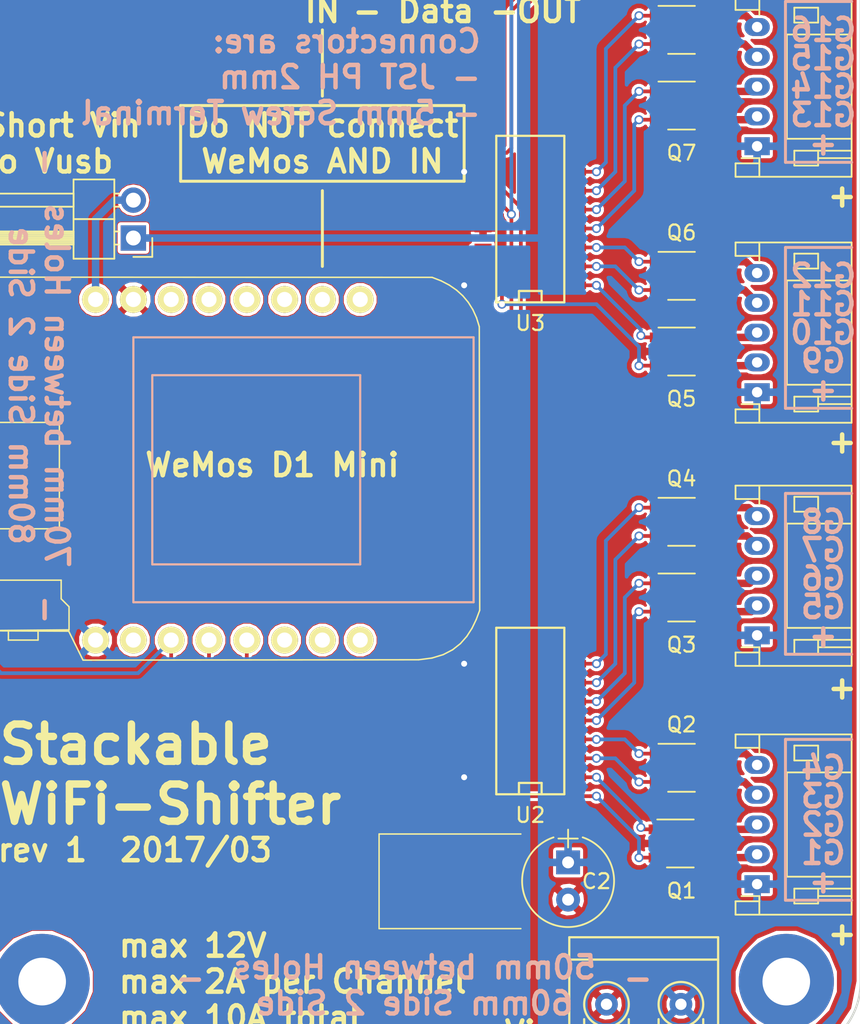
<source format=kicad_pcb>
(kicad_pcb (version 4) (host pcbnew 4.0.5)
  (layers (0 F.Cu signal hide) (31 B.Cu signal hide) (34 B.Paste user hide) (35 F.Paste user hide) (36 B.SilkS user) (37 F.SilkS user hide) (38 B.Mask user hide) (39 F.Mask user hide) (44 Edge.Cuts user hide))
  (net 0 "")
  (net 1 +5V)
  (net 2 GND)
  (net 3 +3V3)
  (net 4 "Net-(U2-Pad9)")
  (net 5 G1)
  (net 6 G2)
  (net 7 G4)
  (net 8 G6)
  (net 9 G8)
  (net 10 G9)
  (net 11 G10)
  (net 12 G11)
  (net 13 G12)
  (net 14 G13)
  (net 15 G14)
  (net 16 G15)
  (net 17 G16)
  (net 18 G3)
  (net 19 G5)
  (net 20 G7)
  (net 21 D1)
  (net 22 D2)
  (net 23 D3)
  (net 24 D4)
  (net 25 D5)
  (net 26 D6)
  (net 27 D7)
  (net 28 D8)
  (net 29 D9)
  (net 30 D10)
  (net 31 D11)
  (net 32 D12)
  (net 33 D13)
  (net 34 D14)
  (net 35 D15)
  (net 36 D16)
  (net 37 DATA)
  (net 38 LATCH)
  (net 39 CLK)
  (net 40 D_OUT)
  (net 41 +12V)
  (module Mounting_Holes:MountingHole_3.2mm_M3_Pad (layer F.Cu) (at 145 65)
    (fp_text reference REF** hide)
    (fp_text value MountingHole_3.2mm_M3_Pad hide)
    (pad 1 thru_hole circle (at 0 0) (size 6.4 6.4) (drill 3.2) (layers *.Cu *.Mask))
  )
  (module Mounting_Holes:MountingHole_3.2mm_M3_Pad (layer F.Cu) (at 195 65)
    (fp_text reference REF** hide)
    (fp_text value MountingHole_3.2mm_M3_Pad hide)
    (pad 1 thru_hole circle (at 0 0) (size 6.4 6.4) (drill 3.2) (layers *.Cu *.Mask))
  )
  (module Mounting_Holes:MountingHole_3.2mm_M3_Pad (layer F.Cu) (at 195 135)
    (fp_text reference REF** hide)
    (fp_text value MountingHole_3.2mm_M3_Pad hide)
    (pad 1 thru_hole circle (at 0 0) (size 6.4 6.4) (drill 3.2) (layers *.Cu *.Mask))
  )
  (module wemos_d1_mini:D1_mini_board (layer F.Cu) (at 156.21 100.6475 270)
    (fp_text reference U1 hide)
    (fp_text value WeMos_mini)
    (pad 8 thru_hole circle (at -11.43 -10.16 270) (size 1.8 1.8) (drill 1.016) (layers *.Cu *.Mask F.SilkS))
    (pad 7 thru_hole circle (at -11.43 -7.62 270) (size 1.8 1.8) (drill 1.016) (layers *.Cu *.Mask F.SilkS))
    (pad 6 thru_hole circle (at -11.43 -5.08 270) (size 1.8 1.8) (drill 1.016) (layers *.Cu *.Mask F.SilkS))
    (pad 5 thru_hole circle (at -11.43 -2.54 270) (size 1.8 1.8) (drill 1.016) (layers *.Cu *.Mask F.SilkS))
    (pad 4 thru_hole circle (at -11.43 0 270) (size 1.8 1.8) (drill 1.016) (layers *.Cu *.Mask F.SilkS))
    (pad 3 thru_hole circle (at -11.43 2.54 270) (size 1.8 1.8) (drill 1.016) (layers *.Cu *.Mask F.SilkS))
    (pad 2 thru_hole circle (at -11.43 5.08 270) (size 1.8 1.8) (drill 1.016) (layers *.Cu *.Mask F.SilkS) (net 2 GND))
    (pad 1 thru_hole circle (at -11.43 7.62 270) (size 1.8 1.8) (drill 1.016) (layers *.Cu *.Mask F.SilkS) (net 1 +5V))
    (pad 16 thru_hole circle (at 11.43 7.62 270) (size 1.8 1.8) (drill 1.016) (layers *.Cu *.Mask F.SilkS) (net 3 +3V3))
    (pad 15 thru_hole circle (at 11.43 5.08 270) (size 1.8 1.8) (drill 1.016) (layers *.Cu *.Mask F.SilkS))
    (pad 14 thru_hole circle (at 11.43 2.54 270) (size 1.8 1.8) (drill 1.016) (layers *.Cu *.Mask F.SilkS) (net 37 DATA))
    (pad 13 thru_hole circle (at 11.43 0 270) (size 1.8 1.8) (drill 1.016) (layers *.Cu *.Mask F.SilkS) (net 38 LATCH))
    (pad 12 thru_hole circle (at 11.43 -2.54 270) (size 1.8 1.8) (drill 1.016) (layers *.Cu *.Mask F.SilkS) (net 39 CLK))
    (pad 11 thru_hole circle (at 11.43 -5.08 270) (size 1.8 1.8) (drill 1.016) (layers *.Cu *.Mask F.SilkS))
    (pad 10 thru_hole circle (at 11.43 -7.62 270) (size 1.8 1.8) (drill 1.016) (layers *.Cu *.Mask F.SilkS))
    (pad 9 thru_hole circle (at 11.43 -10.16 270) (size 1.8 1.8) (drill 1.016) (layers *.Cu *.Mask F.SilkS))
  )
  (module Capacitors_ThroughHole:CP_Radial_Tantal_D6.0mm_P2.50mm (layer F.Cu) (at 180.34 127 270)
    (fp_text reference C2 (at 1.27 -1.905 360) (layer F.SilkS))
    (fp_text value C hide)
    (pad 1 thru_hole rect (at 0 0 270) (size 1.6 1.6) (drill 0.8) (layers *.Cu *.Mask) (net 41 +12V))
    (pad 2 thru_hole circle (at 2.5 0 270) (size 1.6 1.6) (drill 0.8) (layers *.Cu *.Mask) (net 2 GND))
  )
  (module SMD_Packages:SO-16-N (layer F.Cu) (at 177.8 116.84 90)
    (fp_text reference U2 (at -6.985 0 180) (layer F.SilkS))
    (fp_text value 74HC595)
    (pad 16 smd rect (at -4.445 -3.175 90) (size 0.508 1.143) (layers F.Cu F.Paste F.Mask) (net 3 +3V3))
    (pad 14 smd rect (at -1.905 -3.175 90) (size 0.508 1.143) (layers F.Cu F.Paste F.Mask) (net 37 DATA))
    (pad 13 smd rect (at -0.635 -3.175 90) (size 0.508 1.143) (layers F.Cu F.Paste F.Mask) (net 2 GND))
    (pad 12 smd rect (at 0.635 -3.175 90) (size 0.508 1.143) (layers F.Cu F.Paste F.Mask) (net 38 LATCH))
    (pad 11 smd rect (at 1.905 -3.175 90) (size 0.508 1.143) (layers F.Cu F.Paste F.Mask) (net 39 CLK))
    (pad 10 smd rect (at 3.175 -3.175 90) (size 0.508 1.143) (layers F.Cu F.Paste F.Mask) (net 3 +3V3))
    (pad 9 smd rect (at 4.445 -3.175 90) (size 0.508 1.143) (layers F.Cu F.Paste F.Mask) (net 4 "Net-(U2-Pad9)"))
    (pad 8 smd rect (at 4.445 3.175 90) (size 0.508 1.143) (layers F.Cu F.Paste F.Mask) (net 2 GND))
    (pad 7 smd rect (at 3.175 3.175 90) (size 0.508 1.143) (layers F.Cu F.Paste F.Mask) (net 9 G8))
    (pad 6 smd rect (at 1.905 3.175 90) (size 0.508 1.143) (layers F.Cu F.Paste F.Mask) (net 20 G7))
    (pad 5 smd rect (at 0.635 3.175 90) (size 0.508 1.143) (layers F.Cu F.Paste F.Mask) (net 8 G6))
    (pad 4 smd rect (at -0.635 3.175 90) (size 0.508 1.143) (layers F.Cu F.Paste F.Mask) (net 19 G5))
    (pad 3 smd rect (at -1.905 3.175 90) (size 0.508 1.143) (layers F.Cu F.Paste F.Mask) (net 7 G4))
    (pad 2 smd rect (at -3.175 3.175 90) (size 0.508 1.143) (layers F.Cu F.Paste F.Mask) (net 18 G3))
    (pad 1 smd rect (at -4.445 3.175 90) (size 0.508 1.143) (layers F.Cu F.Paste F.Mask) (net 6 G2))
    (pad 15 smd rect (at -3.175 -3.175 90) (size 0.508 1.143) (layers F.Cu F.Paste F.Mask) (net 5 G1))
  )
  (module SMD_Packages:SO-16-N (layer F.Cu) (at 177.8 83.82 90)
    (fp_text reference U3 (at -6.985 0 180) (layer F.SilkS))
    (fp_text value 74HC595)
    (pad 16 smd rect (at -4.445 -3.175 90) (size 0.508 1.143) (layers F.Cu F.Paste F.Mask) (net 3 +3V3))
    (pad 14 smd rect (at -1.905 -3.175 90) (size 0.508 1.143) (layers F.Cu F.Paste F.Mask) (net 4 "Net-(U2-Pad9)"))
    (pad 13 smd rect (at -0.635 -3.175 90) (size 0.508 1.143) (layers F.Cu F.Paste F.Mask) (net 2 GND))
    (pad 12 smd rect (at 0.635 -3.175 90) (size 0.508 1.143) (layers F.Cu F.Paste F.Mask) (net 38 LATCH))
    (pad 11 smd rect (at 1.905 -3.175 90) (size 0.508 1.143) (layers F.Cu F.Paste F.Mask) (net 39 CLK))
    (pad 10 smd rect (at 3.175 -3.175 90) (size 0.508 1.143) (layers F.Cu F.Paste F.Mask) (net 3 +3V3))
    (pad 9 smd rect (at 4.445 -3.175 90) (size 0.508 1.143) (layers F.Cu F.Paste F.Mask) (net 40 D_OUT))
    (pad 8 smd rect (at 4.445 3.175 90) (size 0.508 1.143) (layers F.Cu F.Paste F.Mask) (net 2 GND))
    (pad 7 smd rect (at 3.175 3.175 90) (size 0.508 1.143) (layers F.Cu F.Paste F.Mask) (net 17 G16))
    (pad 6 smd rect (at 1.905 3.175 90) (size 0.508 1.143) (layers F.Cu F.Paste F.Mask) (net 16 G15))
    (pad 5 smd rect (at 0.635 3.175 90) (size 0.508 1.143) (layers F.Cu F.Paste F.Mask) (net 15 G14))
    (pad 4 smd rect (at -0.635 3.175 90) (size 0.508 1.143) (layers F.Cu F.Paste F.Mask) (net 14 G13))
    (pad 3 smd rect (at -1.905 3.175 90) (size 0.508 1.143) (layers F.Cu F.Paste F.Mask) (net 13 G12))
    (pad 2 smd rect (at -3.175 3.175 90) (size 0.508 1.143) (layers F.Cu F.Paste F.Mask) (net 12 G11))
    (pad 1 smd rect (at -4.445 3.175 90) (size 0.508 1.143) (layers F.Cu F.Paste F.Mask) (net 11 G10))
    (pad 15 smd rect (at -3.175 -3.175 90) (size 0.508 1.143) (layers F.Cu F.Paste F.Mask) (net 10 G9))
  )
  (module TO_SOT_Packages_SMD:SOT-23-5_HandSoldering (layer F.Cu) (at 187.88 125.73)
    (fp_text reference Q1 (at 0.08 3.175) (layer F.SilkS))
    (fp_text value QS5K2CT hide)
    (pad 1 smd rect (at -1.35 -0.95) (size 1.56 0.65) (layers F.Cu F.Paste F.Mask) (net 6 G2))
    (pad 2 smd rect (at -1.35 0) (size 1.56 0.65) (layers F.Cu F.Paste F.Mask) (net 2 GND))
    (pad 3 smd rect (at -1.35 0.95) (size 1.56 0.65) (layers F.Cu F.Paste F.Mask) (net 5 G1))
    (pad 4 smd rect (at 1.35 0.95) (size 1.56 0.65) (layers F.Cu F.Paste F.Mask) (net 21 D1))
    (pad 5 smd rect (at 1.35 -0.95) (size 1.56 0.65) (layers F.Cu F.Paste F.Mask) (net 22 D2))
  )
  (module TO_SOT_Packages_SMD:SOT-23-5_HandSoldering (layer F.Cu) (at 187.96 120.65)
    (fp_text reference Q2 (at 0 -2.9) (layer F.SilkS))
    (fp_text value QS5K2CT hide)
    (pad 1 smd rect (at -1.35 -0.95) (size 1.56 0.65) (layers F.Cu F.Paste F.Mask) (net 7 G4))
    (pad 2 smd rect (at -1.35 0) (size 1.56 0.65) (layers F.Cu F.Paste F.Mask) (net 2 GND))
    (pad 3 smd rect (at -1.35 0.95) (size 1.56 0.65) (layers F.Cu F.Paste F.Mask) (net 18 G3))
    (pad 4 smd rect (at 1.35 0.95) (size 1.56 0.65) (layers F.Cu F.Paste F.Mask) (net 23 D3))
    (pad 5 smd rect (at 1.35 -0.95) (size 1.56 0.65) (layers F.Cu F.Paste F.Mask) (net 24 D4))
  )
  (module TO_SOT_Packages_SMD:SOT-23-5_HandSoldering (layer F.Cu) (at 187.96 109.22)
    (fp_text reference Q3 (at 0 3.175) (layer F.SilkS))
    (fp_text value QS5K2CT hide)
    (pad 1 smd rect (at -1.35 -0.95) (size 1.56 0.65) (layers F.Cu F.Paste F.Mask) (net 8 G6))
    (pad 2 smd rect (at -1.35 0) (size 1.56 0.65) (layers F.Cu F.Paste F.Mask) (net 2 GND))
    (pad 3 smd rect (at -1.35 0.95) (size 1.56 0.65) (layers F.Cu F.Paste F.Mask) (net 19 G5))
    (pad 4 smd rect (at 1.35 0.95) (size 1.56 0.65) (layers F.Cu F.Paste F.Mask) (net 25 D5))
    (pad 5 smd rect (at 1.35 -0.95) (size 1.56 0.65) (layers F.Cu F.Paste F.Mask) (net 26 D6))
  )
  (module TO_SOT_Packages_SMD:SOT-23-5_HandSoldering (layer F.Cu) (at 187.96 104.14)
    (fp_text reference Q4 (at 0 -2.9) (layer F.SilkS))
    (fp_text value QS5K2CT hide)
    (pad 1 smd rect (at -1.35 -0.95) (size 1.56 0.65) (layers F.Cu F.Paste F.Mask) (net 9 G8))
    (pad 2 smd rect (at -1.35 0) (size 1.56 0.65) (layers F.Cu F.Paste F.Mask) (net 2 GND))
    (pad 3 smd rect (at -1.35 0.95) (size 1.56 0.65) (layers F.Cu F.Paste F.Mask) (net 20 G7))
    (pad 4 smd rect (at 1.35 0.95) (size 1.56 0.65) (layers F.Cu F.Paste F.Mask) (net 27 D7))
    (pad 5 smd rect (at 1.35 -0.95) (size 1.56 0.65) (layers F.Cu F.Paste F.Mask) (net 28 D8))
  )
  (module TO_SOT_Packages_SMD:SOT-23-5_HandSoldering (layer F.Cu) (at 187.96 92.71)
    (fp_text reference Q5 (at 0 3.175) (layer F.SilkS))
    (fp_text value QS5K2CT hide)
    (pad 1 smd rect (at -1.35 -0.95) (size 1.56 0.65) (layers F.Cu F.Paste F.Mask) (net 11 G10))
    (pad 2 smd rect (at -1.35 0) (size 1.56 0.65) (layers F.Cu F.Paste F.Mask) (net 2 GND))
    (pad 3 smd rect (at -1.35 0.95) (size 1.56 0.65) (layers F.Cu F.Paste F.Mask) (net 10 G9))
    (pad 4 smd rect (at 1.35 0.95) (size 1.56 0.65) (layers F.Cu F.Paste F.Mask) (net 29 D9))
    (pad 5 smd rect (at 1.35 -0.95) (size 1.56 0.65) (layers F.Cu F.Paste F.Mask) (net 30 D10))
  )
  (module TO_SOT_Packages_SMD:SOT-23-5_HandSoldering (layer F.Cu) (at 187.96 87.63)
    (fp_text reference Q6 (at 0 -2.9) (layer F.SilkS))
    (fp_text value QS5K2CT hide)
    (pad 1 smd rect (at -1.35 -0.95) (size 1.56 0.65) (layers F.Cu F.Paste F.Mask) (net 13 G12))
    (pad 2 smd rect (at -1.35 0) (size 1.56 0.65) (layers F.Cu F.Paste F.Mask) (net 2 GND))
    (pad 3 smd rect (at -1.35 0.95) (size 1.56 0.65) (layers F.Cu F.Paste F.Mask) (net 12 G11))
    (pad 4 smd rect (at 1.35 0.95) (size 1.56 0.65) (layers F.Cu F.Paste F.Mask) (net 31 D11))
    (pad 5 smd rect (at 1.35 -0.95) (size 1.56 0.65) (layers F.Cu F.Paste F.Mask) (net 32 D12))
  )
  (module TO_SOT_Packages_SMD:SOT-23-5_HandSoldering (layer F.Cu) (at 187.96 76.2)
    (fp_text reference Q7 (at 0 3.175) (layer F.SilkS))
    (fp_text value QS5K2CT hide)
    (pad 1 smd rect (at -1.35 -0.95) (size 1.56 0.65) (layers F.Cu F.Paste F.Mask) (net 15 G14))
    (pad 2 smd rect (at -1.35 0) (size 1.56 0.65) (layers F.Cu F.Paste F.Mask) (net 2 GND))
    (pad 3 smd rect (at -1.35 0.95) (size 1.56 0.65) (layers F.Cu F.Paste F.Mask) (net 14 G13))
    (pad 4 smd rect (at 1.35 0.95) (size 1.56 0.65) (layers F.Cu F.Paste F.Mask) (net 33 D13))
    (pad 5 smd rect (at 1.35 -0.95) (size 1.56 0.65) (layers F.Cu F.Paste F.Mask) (net 34 D14))
  )
  (module TO_SOT_Packages_SMD:SOT-23-5_HandSoldering (layer F.Cu) (at 187.96 71.12)
    (fp_text reference Q8 (at 0 -2.9) (layer F.SilkS))
    (fp_text value QS5K2CT hide)
    (pad 1 smd rect (at -1.35 -0.95) (size 1.56 0.65) (layers F.Cu F.Paste F.Mask) (net 17 G16))
    (pad 2 smd rect (at -1.35 0) (size 1.56 0.65) (layers F.Cu F.Paste F.Mask) (net 2 GND))
    (pad 3 smd rect (at -1.35 0.95) (size 1.56 0.65) (layers F.Cu F.Paste F.Mask) (net 16 G15))
    (pad 4 smd rect (at 1.35 0.95) (size 1.56 0.65) (layers F.Cu F.Paste F.Mask) (net 35 D15))
    (pad 5 smd rect (at 1.35 -0.95) (size 1.56 0.65) (layers F.Cu F.Paste F.Mask) (net 36 D16))
  )
  (module Connectors_JST:JST_PH_S5B-PH-K_05x2.00mm_Angled (layer F.Cu) (at 193.04 128.46 90)
    (fp_text reference P3 hide)
    (fp_text value CONN_01X05 hide)
    (pad 1 thru_hole rect (at 0 0 90) (size 1.2 1.7) (drill 0.7) (layers *.Cu *.Mask) (net 41 +12V))
    (pad 2 thru_hole oval (at 2 0 90) (size 1.2 1.7) (drill 0.7) (layers *.Cu *.Mask) (net 21 D1))
    (pad 3 thru_hole oval (at 4 0 90) (size 1.2 1.7) (drill 0.7) (layers *.Cu *.Mask) (net 22 D2))
    (pad 4 thru_hole oval (at 6 0 90) (size 1.2 1.7) (drill 0.7) (layers *.Cu *.Mask) (net 23 D3))
    (pad 5 thru_hole oval (at 8 0 90) (size 1.2 1.7) (drill 0.7) (layers *.Cu *.Mask) (net 24 D4))
  )
  (module Connectors_JST:JST_PH_S5B-PH-K_05x2.00mm_Angled (layer F.Cu) (at 193.04 111.76 90)
    (fp_text reference P4 hide)
    (fp_text value CONN_01X05 hide)
    (pad 1 thru_hole rect (at 0 0 90) (size 1.2 1.7) (drill 0.7) (layers *.Cu *.Mask) (net 41 +12V))
    (pad 2 thru_hole oval (at 2 0 90) (size 1.2 1.7) (drill 0.7) (layers *.Cu *.Mask) (net 25 D5))
    (pad 3 thru_hole oval (at 4 0 90) (size 1.2 1.7) (drill 0.7) (layers *.Cu *.Mask) (net 26 D6))
    (pad 4 thru_hole oval (at 6 0 90) (size 1.2 1.7) (drill 0.7) (layers *.Cu *.Mask) (net 27 D7))
    (pad 5 thru_hole oval (at 8 0 90) (size 1.2 1.7) (drill 0.7) (layers *.Cu *.Mask) (net 28 D8))
  )
  (module Connectors_JST:JST_PH_S5B-PH-K_05x2.00mm_Angled (layer F.Cu) (at 193.04 95.44 90)
    (fp_text reference P5 hide)
    (fp_text value CONN_01X05 hide)
    (pad 1 thru_hole rect (at 0 0 90) (size 1.2 1.7) (drill 0.7) (layers *.Cu *.Mask) (net 41 +12V))
    (pad 2 thru_hole oval (at 2 0 90) (size 1.2 1.7) (drill 0.7) (layers *.Cu *.Mask) (net 29 D9))
    (pad 3 thru_hole oval (at 4 0 90) (size 1.2 1.7) (drill 0.7) (layers *.Cu *.Mask) (net 30 D10))
    (pad 4 thru_hole oval (at 6 0 90) (size 1.2 1.7) (drill 0.7) (layers *.Cu *.Mask) (net 31 D11))
    (pad 5 thru_hole oval (at 8 0 90) (size 1.2 1.7) (drill 0.7) (layers *.Cu *.Mask) (net 32 D12))
  )
  (module Connectors_JST:JST_PH_S5B-PH-K_05x2.00mm_Angled (layer F.Cu) (at 193.04 78.93 90)
    (fp_text reference P6 hide)
    (fp_text value CONN_01X05 hide)
    (pad 1 thru_hole rect (at 0 0 90) (size 1.2 1.7) (drill 0.7) (layers *.Cu *.Mask) (net 41 +12V))
    (pad 2 thru_hole oval (at 2 0 90) (size 1.2 1.7) (drill 0.7) (layers *.Cu *.Mask) (net 33 D13))
    (pad 3 thru_hole oval (at 4 0 90) (size 1.2 1.7) (drill 0.7) (layers *.Cu *.Mask) (net 34 D14))
    (pad 4 thru_hole oval (at 6 0 90) (size 1.2 1.7) (drill 0.7) (layers *.Cu *.Mask) (net 35 D15))
    (pad 5 thru_hole oval (at 8 0 90) (size 1.2 1.7) (drill 0.7) (layers *.Cu *.Mask) (net 36 D16))
  )
  (module Connectors_JST:JST_PH_S5B-PH-K_05x2.00mm_Angled (layer F.Cu) (at 168.02 66.675 180)
    (fp_text reference P7 hide)
    (fp_text value CONN_01X05 hide)
    (pad 1 thru_hole rect (at 0 0 180) (size 1.2 1.7) (drill 0.7) (layers *.Cu *.Mask) (net 3 +3V3))
    (pad 2 thru_hole oval (at 2 0 180) (size 1.2 1.7) (drill 0.7) (layers *.Cu *.Mask) (net 37 DATA))
    (pad 3 thru_hole oval (at 4 0 180) (size 1.2 1.7) (drill 0.7) (layers *.Cu *.Mask) (net 38 LATCH))
    (pad 4 thru_hole oval (at 6 0 180) (size 1.2 1.7) (drill 0.7) (layers *.Cu *.Mask) (net 39 CLK))
    (pad 5 thru_hole oval (at 8 0 180) (size 1.2 1.7) (drill 0.7) (layers *.Cu *.Mask) (net 2 GND))
  )
  (module Connectors_JST:JST_PH_S5B-PH-K_05x2.00mm_Angled (layer F.Cu) (at 183.07 66.675 180)
    (fp_text reference P8 hide)
    (fp_text value CONN_01X05 hide)
    (pad 1 thru_hole rect (at 0 0 180) (size 1.2 1.7) (drill 0.7) (layers *.Cu *.Mask) (net 3 +3V3))
    (pad 2 thru_hole oval (at 2 0 180) (size 1.2 1.7) (drill 0.7) (layers *.Cu *.Mask) (net 40 D_OUT))
    (pad 3 thru_hole oval (at 4 0 180) (size 1.2 1.7) (drill 0.7) (layers *.Cu *.Mask) (net 38 LATCH))
    (pad 4 thru_hole oval (at 6 0 180) (size 1.2 1.7) (drill 0.7) (layers *.Cu *.Mask) (net 39 CLK))
    (pad 5 thru_hole oval (at 8 0 180) (size 1.2 1.7) (drill 0.7) (layers *.Cu *.Mask) (net 2 GND))
  )
  (module Pin_Headers:Pin_Header_Angled_1x02_Pitch2.54mm (layer F.Cu) (at 151.13 85.09 180)
    (fp_text reference P9 hide)
    (fp_text value CONN_01X02 hide)
    (pad 1 thru_hole rect (at 0 0 180) (size 1.7 1.7) (drill 1) (layers *.Cu *.Mask) (net 41 +12V))
    (pad 2 thru_hole oval (at 0 2.54 180) (size 1.7 1.7) (drill 1) (layers *.Cu *.Mask) (net 1 +5V))
  )
  (module wemos_d1_mini:Screw_Terminal_5mm (layer F.Cu) (at 185.42 136.525 180)
    (fp_text reference P2 hide)
    (fp_text value CONN_01X02 hide)
    (pad 1 thru_hole circle (at -2.5 0 180) (size 1.524 1.524) (drill 0.762) (layers *.Cu *.Mask) (net 41 +12V))
    (pad 2 thru_hole circle (at 2.5 0 180) (size 1.524 1.524) (drill 0.762) (layers *.Cu *.Mask) (net 2 GND))
  )
  (module Mounting_Holes:MountingHole_3.2mm_M3_Pad (layer F.Cu) (at 145 135)
    (fp_text reference REF** hide)
    (fp_text value MountingHole_3.2mm_M3_Pad hide)
    (pad 1 thru_hole circle (at 0 0) (size 6.4 6.4) (drill 3.2) (layers *.Cu *.Mask))
  )
  (gr_line (start 163.83 81.915) (end 163.83 86.995) (layer F.SilkS) (width 0.2))
  (gr_line (start 163.83 75.565) (end 163.83 71.12) (layer F.SilkS) (width 0.2))
  (gr_line (start 173.355 76.2) (end 154.305 76.2) (layer F.SilkS) (width 0.2))
  (gr_line (start 173.355 81.28) (end 173.355 76.2) (layer F.SilkS) (width 0.2))
  (gr_line (start 154.305 81.28) (end 173.355 81.28) (layer F.SilkS) (width 0.2))
  (gr_line (start 154.305 76.2) (end 154.305 81.28) (layer F.SilkS) (width 0.2))
  (gr_text "Connectors are:\n- JST PH 2mm\n- 5mm Screw Terminal" (at 174.625 74.295) (layer B.SilkS) (effects (font (size 1.5 1.5) (thickness 0.3)) (justify left mirror)))
  (gr_line (start 167.64 131.445) (end 177.165 131.445) (layer F.SilkS) (width 0.1))
  (gr_line (start 167.64 125.095) (end 167.64 131.445) (layer F.SilkS) (width 0.1))
  (gr_line (start 177.165 125.095) (end 167.64 125.095) (layer F.SilkS) (width 0.1))
  (gr_text "max 12V\nmax 2A per Channel\nmax 10A total" (at 150 135) (layer F.SilkS) (effects (font (size 1.5 1.5) (thickness 0.3)) (justify left)))
  (gr_text "_  70mm between Holes  _\n80mm Side 2 Side" (at 144.78 95 270) (layer B.SilkS) (effects (font (size 1.5 1.5) (thickness 0.3)) (justify mirror)))
  (gr_text "_  50mm between Holes  _\n60mm Side 2 Side" (at 170 135.255) (layer B.SilkS) (effects (font (size 1.5 1.5) (thickness 0.3)) (justify mirror)))
  (gr_text Vin (at 177.8 138.43) (layer F.SilkS) (effects (font (size 1.5 1.5) (thickness 0.3))))
  (gr_text "- Data -" (at 171.45 69.85) (layer F.SilkS) (effects (font (size 1.5 1.5) (thickness 0.3))))
  (gr_text "WeMos D1 Mini" (at 151.765 100.33) (layer F.SilkS) (effects (font (size 1.5 1.5) (thickness 0.3)) (justify left)))
  (gr_text "rev 1  2017/03" (at 141.86 126.175) (layer F.SilkS) (effects (font (size 1.5 1.5) (thickness 0.3)) (justify left)))
  (gr_text "Short Vin\nto Vusb" (at 140.97 78.74) (layer F.SilkS) (effects (font (size 1.5 1.5) (thickness 0.3)) (justify left)))
  (gr_line (start 140 135) (end 140 65) (layer Edge.Cuts) (width 0.15))
  (gr_line (start 195 140) (end 145 140) (layer Edge.Cuts) (width 0.15))
  (gr_line (start 200 65) (end 200 135) (layer Edge.Cuts) (width 0.15))
  (gr_line (start 145 60) (end 195 60) (layer Edge.Cuts) (width 0.15))
  (gr_arc (start 145 65) (end 140 65) (angle 90) (layer Edge.Cuts) (width 0.15))
  (gr_arc (start 145 135) (end 145 140) (angle 90) (layer Edge.Cuts) (width 0.15))
  (gr_arc (start 195 135) (end 200 135) (angle 90) (layer Edge.Cuts) (width 0.15))
  (gr_arc (start 195 65) (end 195 60) (angle 90) (layer Edge.Cuts) (width 0.15))
  (gr_text "Stackable\nWiFi-Shifter" (at 141.86 121.095) (layer F.SilkS) (effects (font (size 2.5 2.5) (thickness 0.5)) (justify left)))
  (gr_text "Do NOT connect\nWeMos AND IN" (at 163.83 78.74) (layer F.SilkS) (effects (font (size 1.5 1.5) (thickness 0.3))))
  (gr_text + (at 198.755 82.2325) (layer F.SilkS) (effects (font (size 1.5 1.5) (thickness 0.3))))
  (gr_text + (at 198.755 98.7425) (layer F.SilkS) (effects (font (size 1.5 1.5) (thickness 0.3))))
  (gr_text + (at 198.755 115.2525) (layer F.SilkS) (effects (font (size 1.5 1.5) (thickness 0.3))))
  (gr_text + (at 198.755 131.7625) (layer F.SilkS) (effects (font (size 1.5 1.5) (thickness 0.3))))
  (gr_text IN (at 163.83 69.85) (layer F.SilkS) (effects (font (size 1.5 1.5) (thickness 0.3))))
  (gr_text OUT (at 179.07 69.85) (layer F.SilkS) (effects (font (size 1.5 1.5) (thickness 0.3))))
  (gr_line (start 194.945 102.235) (end 194.945 113.03) (layer B.SilkS) (width 0.2))
  (gr_line (start 194.945 129.54) (end 199.39 129.54) (layer B.SilkS) (width 0.2))
  (gr_line (start 194.945 118.745) (end 194.945 129.54) (layer B.SilkS) (width 0.2))
  (gr_line (start 199.39 118.745) (end 194.945 118.745) (layer B.SilkS) (width 0.2))
  (gr_line (start 194.945 113.03) (end 199.39 113.03) (layer B.SilkS) (width 0.2))
  (gr_line (start 199.39 102.235) (end 194.945 102.235) (layer B.SilkS) (width 0.2))
  (gr_line (start 194.945 96.52) (end 199.39 96.52) (layer B.SilkS) (width 0.2))
  (gr_line (start 194.945 85.725) (end 194.945 96.52) (layer B.SilkS) (width 0.2))
  (gr_line (start 199.39 85.725) (end 194.945 85.725) (layer B.SilkS) (width 0.2))
  (gr_line (start 194.945 80.01) (end 199.39 80.01) (layer B.SilkS) (width 0.2))
  (gr_line (start 194.945 69.215) (end 194.945 80.01) (layer B.SilkS) (width 0.2))
  (gr_line (start 199.39 69.215) (end 194.945 69.215) (layer B.SilkS) (width 0.2))
  (gr_text G16 (at 197.485 71.12) (layer B.SilkS) (effects (font (size 1.5 1.5) (thickness 0.3)) (justify mirror)))
  (gr_text G15 (at 197.485 73.025) (layer B.SilkS) (effects (font (size 1.5 1.5) (thickness 0.3)) (justify mirror)))
  (gr_text G14 (at 197.485 74.93) (layer B.SilkS) (effects (font (size 1.5 1.5) (thickness 0.3)) (justify mirror)))
  (gr_text G13 (at 197.485 76.835) (layer B.SilkS) (effects (font (size 1.5 1.5) (thickness 0.3)) (justify mirror)))
  (gr_text + (at 197.485 78.74) (layer B.SilkS) (effects (font (size 1.5 1.5) (thickness 0.3)) (justify mirror)))
  (gr_text G12 (at 197.485 87.63) (layer B.SilkS) (effects (font (size 1.5 1.5) (thickness 0.3)) (justify mirror)))
  (gr_text G11 (at 197.485 89.535) (layer B.SilkS) (effects (font (size 1.5 1.5) (thickness 0.3)) (justify mirror)))
  (gr_text G9 (at 197.485 93.345) (layer B.SilkS) (effects (font (size 1.5 1.5) (thickness 0.3)) (justify mirror)))
  (gr_text G10 (at 197.485 91.44) (layer B.SilkS) (effects (font (size 1.5 1.5) (thickness 0.3)) (justify mirror)))
  (gr_text + (at 197.485 95.25) (layer B.SilkS) (effects (font (size 1.5 1.5) (thickness 0.3)) (justify mirror)))
  (gr_text G8 (at 197.485 104.14) (layer B.SilkS) (effects (font (size 1.5 1.5) (thickness 0.3)) (justify mirror)))
  (gr_text G7 (at 197.485 106.045) (layer B.SilkS) (effects (font (size 1.5 1.5) (thickness 0.3)) (justify mirror)))
  (gr_text G6 (at 197.485 107.95) (layer B.SilkS) (effects (font (size 1.5 1.5) (thickness 0.3)) (justify mirror)))
  (gr_text + (at 197.485 111.76) (layer B.SilkS) (effects (font (size 1.5 1.5) (thickness 0.3)) (justify mirror)))
  (gr_text G5 (at 197.485 109.855) (layer B.SilkS) (effects (font (size 1.5 1.5) (thickness 0.3)) (justify mirror)))
  (gr_text + (at 197.485 128.27) (layer B.SilkS) (effects (font (size 1.5 1.5) (thickness 0.3)) (justify mirror)))
  (gr_text G4 (at 197.485 120.65) (layer B.SilkS) (effects (font (size 1.5 1.5) (thickness 0.3)) (justify mirror)))
  (gr_text G3 (at 197.485 122.555) (layer B.SilkS) (effects (font (size 1.5 1.5) (thickness 0.3)) (justify mirror)))
  (gr_text G2 (at 197.485 124.46) (layer B.SilkS) (effects (font (size 1.5 1.5) (thickness 0.3)) (justify mirror)))
  (gr_text G1 (at 197.485 126.365) (layer B.SilkS) (effects (font (size 1.5 1.5) (thickness 0.3)) (justify mirror)))
  (segment (start 148.59 83.82) (end 148.59 89.2175) (width 0.5) (layer B.Cu) (net 1))
  (segment (start 149.86 82.55) (end 151.13 82.55) (width 0.5) (layer B.Cu) (net 1))
  (segment (start 148.59 83.82) (end 149.86 82.55) (width 0.5) (layer B.Cu) (net 1))
  (segment (start 168.02 66.675) (end 168.02 68.0075) (width 0.25) (layer F.Cu) (net 3))
  (segment (start 168.02 68.0075) (end 168.5925 68.58) (width 0.25) (layer F.Cu) (net 3))
  (segment (start 168.5925 68.58) (end 174.723161 68.58) (width 0.25) (layer F.Cu) (net 3))
  (segment (start 174.723161 68.58) (end 175.99501 67.308151) (width 0.25) (layer F.Cu) (net 3))
  (segment (start 175.99501 67.308151) (end 175.99501 66.191829) (width 0.25) (layer F.Cu) (net 3))
  (segment (start 175.99501 66.191829) (end 177.13686 65.049979) (width 0.25) (layer F.Cu) (net 3))
  (segment (start 177.13686 65.049979) (end 181.694979 65.049979) (width 0.25) (layer F.Cu) (net 3))
  (segment (start 181.694979 65.049979) (end 183.07 66.425) (width 0.25) (layer F.Cu) (net 3))
  (segment (start 183.07 66.425) (end 183.07 66.675) (width 0.25) (layer F.Cu) (net 3))
  (segment (start 173.355 88.265) (end 174.625 88.265) (width 0.25) (layer F.Cu) (net 3))
  (via (at 173.355 88.265) (size 0.6) (drill 0.4) (layers F.Cu B.Cu) (net 3))
  (segment (start 174.625 80.645) (end 173.355 80.645) (width 0.25) (layer F.Cu) (net 3))
  (via (at 173.355 80.645) (size 0.6) (drill 0.4) (layers F.Cu B.Cu) (net 3))
  (segment (start 173.355 113.665) (end 174.625 113.665) (width 0.25) (layer F.Cu) (net 3))
  (via (at 173.355 113.665) (size 0.6) (drill 0.4) (layers F.Cu B.Cu) (net 3))
  (segment (start 174.625 121.285) (end 173.355 121.285) (width 0.25) (layer F.Cu) (net 3))
  (via (at 173.355 121.285) (size 0.6) (drill 0.4) (layers F.Cu B.Cu) (net 3))
  (segment (start 174.3075 80.645) (end 174.625 80.645) (width 0.25) (layer F.Cu) (net 3))
  (segment (start 174.625 88.265) (end 174.3075 88.265) (width 0.25) (layer F.Cu) (net 3))
  (segment (start 174.3075 113.665) (end 174.625 113.665) (width 0.25) (layer F.Cu) (net 3))
  (segment (start 174.625 121.285) (end 174.3075 121.285) (width 0.25) (layer F.Cu) (net 3))
  (segment (start 173.355 87.3125) (end 173.355 86.36) (width 0.25) (layer F.Cu) (net 4))
  (segment (start 172.72 88.5825) (end 172.72 87.9475) (width 0.25) (layer F.Cu) (net 4))
  (segment (start 172.72 87.9475) (end 173.355 87.3125) (width 0.25) (layer F.Cu) (net 4))
  (segment (start 173.99 85.725) (end 174.625 85.725) (width 0.25) (layer F.Cu) (net 4))
  (segment (start 173.355 86.36) (end 173.99 85.725) (width 0.25) (layer F.Cu) (net 4))
  (segment (start 174.625 112.395) (end 175.4465 112.395) (width 0.25) (layer F.Cu) (net 4))
  (segment (start 175.4465 112.395) (end 175.895 111.9465) (width 0.25) (layer F.Cu) (net 4))
  (segment (start 175.895 111.9465) (end 175.895 90.4875) (width 0.25) (layer F.Cu) (net 4))
  (segment (start 174.625 89.2175) (end 173.355 89.2175) (width 0.25) (layer F.Cu) (net 4))
  (segment (start 173.355 89.2175) (end 172.72 88.5825) (width 0.25) (layer F.Cu) (net 4))
  (segment (start 175.895 90.4875) (end 174.625 89.2175) (width 0.25) (layer F.Cu) (net 4))
  (segment (start 174.625 120.015) (end 174.9425 120.015) (width 0.25) (layer F.Cu) (net 5))
  (segment (start 174.9425 120.015) (end 177.4825 122.555) (width 0.25) (layer F.Cu) (net 5))
  (segment (start 177.4825 122.555) (end 181.820736 122.555) (width 0.25) (layer F.Cu) (net 5))
  (segment (start 181.820736 122.555) (end 182.245 122.555) (width 0.25) (layer F.Cu) (net 5))
  (segment (start 185.1025 126.6825) (end 185.1025 125.4125) (width 0.25) (layer B.Cu) (net 5))
  (segment (start 185.1025 125.4125) (end 182.245 122.555) (width 0.25) (layer B.Cu) (net 5))
  (via (at 182.245 122.555) (size 0.6) (drill 0.4) (layers F.Cu B.Cu) (net 5))
  (segment (start 186.53 126.68) (end 185.105 126.68) (width 0.25) (layer F.Cu) (net 5))
  (segment (start 185.105 126.68) (end 185.1025 126.6825) (width 0.25) (layer F.Cu) (net 5))
  (via (at 185.1025 126.6825) (size 0.6) (drill 0.4) (layers F.Cu B.Cu) (net 5))
  (segment (start 185.226949 124.266949) (end 185.226949 124.653051) (width 0.25) (layer B.Cu) (net 6))
  (segment (start 182.245 121.285) (end 185.226949 124.266949) (width 0.25) (layer B.Cu) (net 6))
  (segment (start 185.353898 124.78) (end 185.226949 124.653051) (width 0.25) (layer F.Cu) (net 6))
  (segment (start 186.53 124.78) (end 185.353898 124.78) (width 0.25) (layer F.Cu) (net 6))
  (via (at 185.226949 124.653051) (size 0.6) (drill 0.4) (layers F.Cu B.Cu) (net 6))
  (segment (start 182.245 121.285) (end 180.975 121.285) (width 0.25) (layer F.Cu) (net 6))
  (via (at 182.245 121.285) (size 0.6) (drill 0.4) (layers F.Cu B.Cu) (net 6))
  (segment (start 186.61 119.7) (end 185.105 119.7) (width 0.25) (layer F.Cu) (net 7))
  (segment (start 185.105 119.7) (end 185.1025 119.6975) (width 0.25) (layer F.Cu) (net 7))
  (segment (start 184.15 118.745) (end 182.245 118.745) (width 0.25) (layer B.Cu) (net 7))
  (segment (start 185.1025 119.6975) (end 184.15 118.745) (width 0.25) (layer B.Cu) (net 7))
  (segment (start 182.245 118.745) (end 180.975 118.745) (width 0.25) (layer F.Cu) (net 7))
  (via (at 185.1025 119.6975) (size 0.6) (drill 0.4) (layers F.Cu B.Cu) (net 7))
  (via (at 182.245 118.745) (size 0.6) (drill 0.4) (layers F.Cu B.Cu) (net 7))
  (segment (start 186.61 108.27) (end 185.105 108.27) (width 0.25) (layer F.Cu) (net 8))
  (segment (start 185.105 108.27) (end 185.1025 108.2675) (width 0.25) (layer F.Cu) (net 8))
  (segment (start 185.1025 108.2675) (end 184.15 109.22) (width 0.25) (layer B.Cu) (net 8))
  (segment (start 184.15 114.3) (end 182.245 116.205) (width 0.25) (layer B.Cu) (net 8))
  (segment (start 184.15 109.22) (end 184.15 114.3) (width 0.25) (layer B.Cu) (net 8))
  (segment (start 182.245 116.205) (end 180.975 116.205) (width 0.25) (layer F.Cu) (net 8))
  (via (at 185.1025 108.2675) (size 0.6) (drill 0.4) (layers F.Cu B.Cu) (net 8))
  (via (at 182.245 116.205) (size 0.6) (drill 0.4) (layers F.Cu B.Cu) (net 8))
  (segment (start 186.61 103.19) (end 185.105 103.19) (width 0.25) (layer F.Cu) (net 9))
  (segment (start 185.105 103.19) (end 185.1025 103.1875) (width 0.25) (layer F.Cu) (net 9))
  (segment (start 186.61 103.19) (end 185.727501 103.19) (width 0.25) (layer F.Cu) (net 9))
  (segment (start 185.1025 103.1875) (end 182.88 105.41) (width 0.25) (layer B.Cu) (net 9))
  (segment (start 182.88 105.41) (end 182.88 113.03) (width 0.25) (layer B.Cu) (net 9))
  (segment (start 182.88 113.03) (end 182.245 113.665) (width 0.25) (layer B.Cu) (net 9))
  (segment (start 182.245 113.665) (end 180.975 113.665) (width 0.25) (layer F.Cu) (net 9))
  (via (at 185.1025 103.1875) (size 0.6) (drill 0.4) (layers F.Cu B.Cu) (net 9))
  (via (at 182.245 113.665) (size 0.6) (drill 0.4) (layers F.Cu B.Cu) (net 9))
  (segment (start 175.895 89.535) (end 175.895 87.9475) (width 0.25) (layer F.Cu) (net 10))
  (segment (start 174.9425 86.995) (end 174.625 86.995) (width 0.25) (layer F.Cu) (net 10))
  (segment (start 175.895 87.9475) (end 174.9425 86.995) (width 0.25) (layer F.Cu) (net 10))
  (segment (start 182.245 89.535) (end 175.895 89.535) (width 0.25) (layer B.Cu) (net 10))
  (via (at 175.895 89.535) (size 0.6) (drill 0.4) (layers F.Cu B.Cu) (net 10))
  (segment (start 185.1025 93.6625) (end 185.1025 92.3925) (width 0.25) (layer B.Cu) (net 10))
  (segment (start 185.1025 92.3925) (end 182.245 89.535) (width 0.25) (layer B.Cu) (net 10))
  (segment (start 186.61 93.66) (end 185.105 93.66) (width 0.25) (layer F.Cu) (net 10))
  (segment (start 185.105 93.66) (end 185.1025 93.6625) (width 0.25) (layer F.Cu) (net 10))
  (via (at 185.1025 93.6625) (size 0.6) (drill 0.4) (layers F.Cu B.Cu) (net 10))
  (segment (start 186.61 91.76) (end 185.353898 91.76) (width 0.25) (layer F.Cu) (net 11))
  (segment (start 182.245 88.265) (end 185.226949 91.246949) (width 0.25) (layer B.Cu) (net 11))
  (segment (start 185.353898 91.76) (end 185.226949 91.633051) (width 0.25) (layer F.Cu) (net 11))
  (segment (start 185.226949 91.246949) (end 185.226949 91.633051) (width 0.25) (layer B.Cu) (net 11))
  (via (at 185.226949 91.633051) (size 0.6) (drill 0.4) (layers F.Cu B.Cu) (net 11))
  (segment (start 182.245 88.265) (end 180.975 88.265) (width 0.25) (layer F.Cu) (net 11))
  (via (at 182.245 88.265) (size 0.6) (drill 0.4) (layers F.Cu B.Cu) (net 11))
  (segment (start 182.245 86.995) (end 180.975 86.995) (width 0.25) (layer F.Cu) (net 12))
  (segment (start 185.1025 88.5825) (end 183.515 86.995) (width 0.25) (layer B.Cu) (net 12))
  (segment (start 183.515 86.995) (end 182.245 86.995) (width 0.25) (layer B.Cu) (net 12))
  (via (at 182.245 86.995) (size 0.6) (drill 0.4) (layers F.Cu B.Cu) (net 12))
  (segment (start 186.61 88.58) (end 185.105 88.58) (width 0.25) (layer F.Cu) (net 12))
  (segment (start 185.105 88.58) (end 185.1025 88.5825) (width 0.25) (layer F.Cu) (net 12))
  (via (at 185.1025 88.5825) (size 0.6) (drill 0.4) (layers F.Cu B.Cu) (net 12))
  (segment (start 182.245 85.725) (end 180.975 85.725) (width 0.25) (layer F.Cu) (net 13))
  (segment (start 185.1025 86.6775) (end 184.15 85.725) (width 0.25) (layer B.Cu) (net 13))
  (via (at 182.245 85.725) (size 0.6) (drill 0.4) (layers F.Cu B.Cu) (net 13))
  (segment (start 184.15 85.725) (end 182.245 85.725) (width 0.25) (layer B.Cu) (net 13))
  (segment (start 186.61 86.68) (end 185.105 86.68) (width 0.25) (layer F.Cu) (net 13))
  (segment (start 185.105 86.68) (end 185.1025 86.6775) (width 0.25) (layer F.Cu) (net 13))
  (via (at 185.1025 86.6775) (size 0.6) (drill 0.4) (layers F.Cu B.Cu) (net 13))
  (segment (start 182.245 84.455) (end 180.975 84.455) (width 0.25) (layer F.Cu) (net 14))
  (segment (start 184.785 77.47) (end 184.785 81.915) (width 0.25) (layer B.Cu) (net 14))
  (segment (start 184.785 81.915) (end 182.245 84.455) (width 0.25) (layer B.Cu) (net 14))
  (via (at 182.245 84.455) (size 0.6) (drill 0.4) (layers F.Cu B.Cu) (net 14))
  (segment (start 185.1025 77.1525) (end 184.785 77.47) (width 0.25) (layer B.Cu) (net 14))
  (segment (start 186.61 77.15) (end 185.105 77.15) (width 0.25) (layer F.Cu) (net 14))
  (segment (start 185.105 77.15) (end 185.1025 77.1525) (width 0.25) (layer F.Cu) (net 14))
  (via (at 185.1025 77.1525) (size 0.6) (drill 0.4) (layers F.Cu B.Cu) (net 14))
  (segment (start 182.245 83.185) (end 180.975 83.185) (width 0.25) (layer F.Cu) (net 15))
  (segment (start 184.15 76.2) (end 184.15 81.28) (width 0.25) (layer B.Cu) (net 15))
  (segment (start 184.15 81.28) (end 182.245 83.185) (width 0.25) (layer B.Cu) (net 15))
  (via (at 182.245 83.185) (size 0.6) (drill 0.4) (layers F.Cu B.Cu) (net 15))
  (segment (start 185.1025 75.2475) (end 184.15 76.2) (width 0.25) (layer B.Cu) (net 15))
  (segment (start 186.61 75.25) (end 185.105 75.25) (width 0.25) (layer F.Cu) (net 15))
  (segment (start 185.105 75.25) (end 185.1025 75.2475) (width 0.25) (layer F.Cu) (net 15))
  (via (at 185.1025 75.2475) (size 0.6) (drill 0.4) (layers F.Cu B.Cu) (net 15))
  (segment (start 182.245 81.915) (end 180.975 81.915) (width 0.25) (layer F.Cu) (net 16))
  (segment (start 183.515 73.66) (end 183.515 80.645) (width 0.25) (layer B.Cu) (net 16))
  (via (at 182.245 81.915) (size 0.6) (drill 0.4) (layers F.Cu B.Cu) (net 16))
  (segment (start 183.515 80.645) (end 182.245 81.915) (width 0.25) (layer B.Cu) (net 16))
  (segment (start 185.1025 72.0725) (end 183.515 73.66) (width 0.25) (layer B.Cu) (net 16))
  (segment (start 186.61 72.07) (end 185.105 72.07) (width 0.25) (layer F.Cu) (net 16))
  (segment (start 185.105 72.07) (end 185.1025 72.0725) (width 0.25) (layer F.Cu) (net 16))
  (via (at 185.1025 72.0725) (size 0.6) (drill 0.4) (layers F.Cu B.Cu) (net 16))
  (segment (start 182.245 80.645) (end 180.975 80.645) (width 0.25) (layer F.Cu) (net 17))
  (segment (start 182.88 72.39) (end 182.88 80.01) (width 0.25) (layer B.Cu) (net 17))
  (segment (start 182.88 80.01) (end 182.245 80.645) (width 0.25) (layer B.Cu) (net 17))
  (via (at 182.245 80.645) (size 0.6) (drill 0.4) (layers F.Cu B.Cu) (net 17))
  (segment (start 185.1025 70.1675) (end 182.88 72.39) (width 0.25) (layer B.Cu) (net 17))
  (segment (start 186.61 70.17) (end 185.105 70.17) (width 0.25) (layer F.Cu) (net 17))
  (segment (start 185.105 70.17) (end 185.1025 70.1675) (width 0.25) (layer F.Cu) (net 17))
  (via (at 185.1025 70.1675) (size 0.6) (drill 0.4) (layers F.Cu B.Cu) (net 17))
  (segment (start 186.61 121.6) (end 185.105 121.6) (width 0.25) (layer F.Cu) (net 18))
  (segment (start 185.105 121.6) (end 185.1025 121.6025) (width 0.25) (layer F.Cu) (net 18))
  (segment (start 183.515 120.015) (end 182.245 120.015) (width 0.25) (layer B.Cu) (net 18))
  (segment (start 185.1025 121.6025) (end 183.515 120.015) (width 0.25) (layer B.Cu) (net 18))
  (segment (start 182.245 120.015) (end 180.975 120.015) (width 0.25) (layer F.Cu) (net 18))
  (via (at 185.1025 121.6025) (size 0.6) (drill 0.4) (layers F.Cu B.Cu) (net 18))
  (via (at 182.245 120.015) (size 0.6) (drill 0.4) (layers F.Cu B.Cu) (net 18))
  (segment (start 186.61 110.17) (end 185.105 110.17) (width 0.25) (layer F.Cu) (net 19))
  (segment (start 185.105 110.17) (end 185.1025 110.1725) (width 0.25) (layer F.Cu) (net 19))
  (segment (start 184.785 114.935) (end 182.245 117.475) (width 0.25) (layer B.Cu) (net 19))
  (segment (start 185.1025 110.1725) (end 184.785 110.49) (width 0.25) (layer B.Cu) (net 19))
  (segment (start 184.785 110.49) (end 184.785 114.935) (width 0.25) (layer B.Cu) (net 19))
  (segment (start 182.245 117.475) (end 180.975 117.475) (width 0.25) (layer F.Cu) (net 19))
  (via (at 185.1025 110.1725) (size 0.6) (drill 0.4) (layers F.Cu B.Cu) (net 19))
  (via (at 182.245 117.475) (size 0.6) (drill 0.4) (layers F.Cu B.Cu) (net 19))
  (segment (start 186.61 105.09) (end 185.105 105.09) (width 0.25) (layer F.Cu) (net 20))
  (segment (start 185.105 105.09) (end 185.1025 105.0925) (width 0.25) (layer F.Cu) (net 20))
  (segment (start 185.1025 105.0925) (end 183.515 106.68) (width 0.25) (layer B.Cu) (net 20))
  (segment (start 183.515 106.68) (end 183.515 113.665) (width 0.25) (layer B.Cu) (net 20))
  (segment (start 183.515 113.665) (end 182.245 114.935) (width 0.25) (layer B.Cu) (net 20))
  (segment (start 182.245 114.935) (end 180.975 114.935) (width 0.25) (layer F.Cu) (net 20))
  (via (at 185.1025 105.0925) (size 0.6) (drill 0.4) (layers F.Cu B.Cu) (net 20))
  (via (at 182.245 114.935) (size 0.6) (drill 0.4) (layers F.Cu B.Cu) (net 20))
  (segment (start 189.23 126.68) (end 192.82 126.68) (width 0.5) (layer F.Cu) (net 21))
  (segment (start 192.82 126.68) (end 193.04 126.46) (width 0.5) (layer F.Cu) (net 21))
  (segment (start 189.23 124.78) (end 192.72 124.78) (width 0.5) (layer F.Cu) (net 22))
  (segment (start 192.72 124.78) (end 193.04 124.46) (width 0.5) (layer F.Cu) (net 22))
  (segment (start 189.31 121.6) (end 192.18 121.6) (width 0.5) (layer F.Cu) (net 23))
  (segment (start 192.18 121.6) (end 193.04 122.46) (width 0.5) (layer F.Cu) (net 23))
  (segment (start 189.31 119.7) (end 192.28 119.7) (width 0.5) (layer F.Cu) (net 24))
  (segment (start 192.28 119.7) (end 193.04 120.46) (width 0.5) (layer F.Cu) (net 24))
  (segment (start 189.31 110.17) (end 192.63 110.17) (width 0.5) (layer F.Cu) (net 25))
  (segment (start 192.63 110.17) (end 193.04 109.76) (width 0.5) (layer F.Cu) (net 25))
  (segment (start 189.31 108.27) (end 192.53 108.27) (width 0.5) (layer F.Cu) (net 26))
  (segment (start 192.53 108.27) (end 193.04 107.76) (width 0.5) (layer F.Cu) (net 26))
  (segment (start 189.31 105.09) (end 192.37 105.09) (width 0.5) (layer F.Cu) (net 27))
  (segment (start 192.37 105.09) (end 193.04 105.76) (width 0.5) (layer F.Cu) (net 27))
  (segment (start 189.31 103.19) (end 192.47 103.19) (width 0.5) (layer F.Cu) (net 28))
  (segment (start 192.47 103.19) (end 193.04 103.76) (width 0.5) (layer F.Cu) (net 28))
  (segment (start 189.31 93.66) (end 192.82 93.66) (width 0.5) (layer F.Cu) (net 29))
  (segment (start 192.82 93.66) (end 193.04 93.44) (width 0.5) (layer F.Cu) (net 29))
  (segment (start 189.31 91.76) (end 192.72 91.76) (width 0.5) (layer F.Cu) (net 30))
  (segment (start 192.72 91.76) (end 193.04 91.44) (width 0.5) (layer F.Cu) (net 30))
  (segment (start 189.31 88.58) (end 192.18 88.58) (width 0.5) (layer F.Cu) (net 31))
  (segment (start 192.18 88.58) (end 193.04 89.44) (width 0.5) (layer F.Cu) (net 31))
  (segment (start 189.31 86.68) (end 192.28 86.68) (width 0.5) (layer F.Cu) (net 32))
  (segment (start 192.28 86.68) (end 193.04 87.44) (width 0.5) (layer F.Cu) (net 32))
  (segment (start 189.31 77.15) (end 192.82 77.15) (width 0.5) (layer F.Cu) (net 33))
  (segment (start 192.82 77.15) (end 193.04 76.93) (width 0.5) (layer F.Cu) (net 33))
  (segment (start 189.31 75.25) (end 192.72 75.25) (width 0.5) (layer F.Cu) (net 34))
  (segment (start 192.72 75.25) (end 193.04 74.93) (width 0.5) (layer F.Cu) (net 34))
  (segment (start 189.31 72.07) (end 192.18 72.07) (width 0.5) (layer F.Cu) (net 35))
  (segment (start 192.18 72.07) (end 193.04 72.93) (width 0.5) (layer F.Cu) (net 35))
  (segment (start 189.31 70.17) (end 192.28 70.17) (width 0.5) (layer F.Cu) (net 36))
  (segment (start 192.28 70.17) (end 193.04 70.93) (width 0.5) (layer F.Cu) (net 36))
  (segment (start 151.4475 114.3) (end 142.24 114.3) (width 0.25) (layer B.Cu) (net 37))
  (segment (start 142.24 114.3) (end 140.97 113.03) (width 0.25) (layer B.Cu) (net 37))
  (segment (start 153.67 112.0775) (end 151.4475 114.3) (width 0.25) (layer B.Cu) (net 37))
  (segment (start 166.02 66.675) (end 166.02 66.925) (width 0.25) (layer B.Cu) (net 37))
  (segment (start 166.02 66.925) (end 164.365 68.58) (width 0.25) (layer B.Cu) (net 37))
  (segment (start 164.365 68.58) (end 141.605 68.58) (width 0.25) (layer B.Cu) (net 37))
  (segment (start 140.97 69.215) (end 140.97 113.03) (width 0.25) (layer B.Cu) (net 37))
  (segment (start 141.605 68.58) (end 140.97 69.215) (width 0.25) (layer B.Cu) (net 37))
  (segment (start 166.02 66.425) (end 166.02 66.675) (width 0.25) (layer F.Cu) (net 37))
  (segment (start 156.524708 116.205) (end 153.67 113.350292) (width 0.25) (layer F.Cu) (net 37))
  (segment (start 173.355 116.5225) (end 173.0375 116.205) (width 0.25) (layer F.Cu) (net 37))
  (segment (start 173.0375 116.205) (end 156.524708 116.205) (width 0.25) (layer F.Cu) (net 37))
  (segment (start 173.355 117.7925) (end 173.355 116.5225) (width 0.25) (layer F.Cu) (net 37))
  (segment (start 174.625 118.745) (end 174.3075 118.745) (width 0.25) (layer F.Cu) (net 37))
  (segment (start 174.3075 118.745) (end 173.355 117.7925) (width 0.25) (layer F.Cu) (net 37))
  (segment (start 153.67 113.350292) (end 153.67 112.0775) (width 0.25) (layer F.Cu) (net 37))
  (segment (start 174.625 116.205) (end 173.8035 116.205) (width 0.25) (layer F.Cu) (net 38))
  (segment (start 173.8035 116.205) (end 173.353491 115.754991) (width 0.25) (layer F.Cu) (net 38))
  (segment (start 173.353491 115.754991) (end 157.029991 115.754991) (width 0.25) (layer F.Cu) (net 38))
  (segment (start 157.029991 115.754991) (end 156.21 114.935) (width 0.25) (layer F.Cu) (net 38))
  (segment (start 156.21 114.935) (end 156.21 112.0775) (width 0.25) (layer F.Cu) (net 38))
  (segment (start 179.07 67.945) (end 179.07 66.675) (width 0.25) (layer F.Cu) (net 38))
  (segment (start 177.165 69.85) (end 179.07 67.945) (width 0.25) (layer F.Cu) (net 38))
  (segment (start 177.165 83.044498) (end 177.165 69.85) (width 0.25) (layer F.Cu) (net 38))
  (segment (start 177.165 114.6175) (end 177.165 83.185) (width 0.25) (layer F.Cu) (net 38))
  (segment (start 174.625 116.205) (end 175.5775 116.205) (width 0.25) (layer F.Cu) (net 38))
  (segment (start 177.165 114.6175) (end 175.5775 116.205) (width 0.25) (layer F.Cu) (net 38))
  (segment (start 164.02 66.675) (end 164.02 66.425) (width 0.25) (layer B.Cu) (net 38))
  (segment (start 164.02 66.425) (end 164.94501 65.49999) (width 0.25) (layer B.Cu) (net 38))
  (segment (start 164.94501 65.49999) (end 178.14499 65.49999) (width 0.25) (layer B.Cu) (net 38))
  (segment (start 178.14499 65.49999) (end 179.07 66.425) (width 0.25) (layer B.Cu) (net 38))
  (segment (start 179.07 66.425) (end 179.07 66.675) (width 0.25) (layer B.Cu) (net 38))
  (segment (start 177.165 83.185) (end 177.165 83.044498) (width 0.25) (layer F.Cu) (net 38))
  (segment (start 174.3075 83.185) (end 174.625 83.185) (width 0.25) (layer F.Cu) (net 38))
  (segment (start 177.165 83.044498) (end 175.456501 81.335999) (width 0.25) (layer F.Cu) (net 38))
  (segment (start 175.456501 81.335999) (end 173.793499 81.335999) (width 0.25) (layer F.Cu) (net 38))
  (segment (start 173.793499 81.335999) (end 173.728499 81.400999) (width 0.25) (layer F.Cu) (net 38))
  (segment (start 173.728499 82.605999) (end 174.3075 83.185) (width 0.25) (layer F.Cu) (net 38))
  (segment (start 173.728499 81.400999) (end 173.728499 82.605999) (width 0.25) (layer F.Cu) (net 38))
  (segment (start 177.07 66.675) (end 177.07 66.925) (width 0.25) (layer F.Cu) (net 39))
  (segment (start 177.07 66.925) (end 174.964989 69.030011) (width 0.25) (layer F.Cu) (net 39))
  (segment (start 168.090011 69.030011) (end 167.005 67.945) (width 0.25) (layer F.Cu) (net 39))
  (segment (start 163.04 67.945) (end 162.02 66.925) (width 0.25) (layer F.Cu) (net 39))
  (segment (start 174.964989 69.030011) (end 168.090011 69.030011) (width 0.25) (layer F.Cu) (net 39))
  (segment (start 167.005 67.945) (end 163.04 67.945) (width 0.25) (layer F.Cu) (net 39))
  (segment (start 162.02 66.925) (end 162.02 66.675) (width 0.25) (layer F.Cu) (net 39))
  (segment (start 174.625 114.935) (end 174.3075 115.2525) (width 0.25) (layer F.Cu) (net 39))
  (segment (start 174.3075 115.2525) (end 159.0675 115.2525) (width 0.25) (layer F.Cu) (net 39))
  (segment (start 159.0675 115.2525) (end 158.75 114.935) (width 0.25) (layer F.Cu) (net 39))
  (segment (start 158.75 114.935) (end 158.75 112.0775) (width 0.25) (layer F.Cu) (net 39))
  (segment (start 176.53 83.5025) (end 176.53 67.945) (width 0.25) (layer B.Cu) (net 39))
  (segment (start 176.53 67.945) (end 177.07 67.405) (width 0.25) (layer B.Cu) (net 39))
  (segment (start 177.07 67.405) (end 177.07 66.675) (width 0.25) (layer B.Cu) (net 39))
  (segment (start 176.53 114.3) (end 176.53 113.3475) (width 0.25) (layer F.Cu) (net 39))
  (segment (start 175.895 114.935) (end 176.53 114.3) (width 0.25) (layer F.Cu) (net 39))
  (segment (start 174.625 114.935) (end 175.895 114.935) (width 0.25) (layer F.Cu) (net 39))
  (via (at 176.53 83.5025) (size 0.6) (drill 0.4) (layers F.Cu B.Cu) (net 39))
  (segment (start 176.53 113.3475) (end 176.53 83.5025) (width 0.25) (layer F.Cu) (net 39))
  (segment (start 176.53 83.5025) (end 174.9425 81.915) (width 0.25) (layer F.Cu) (net 39))
  (segment (start 174.9425 81.915) (end 174.625 81.915) (width 0.25) (layer F.Cu) (net 39))
  (segment (start 176.528589 69.85) (end 178.14499 68.233599) (width 0.25) (layer F.Cu) (net 40))
  (segment (start 176.528589 79.056089) (end 176.528589 69.85) (width 0.25) (layer F.Cu) (net 40))
  (segment (start 176.53 79.0575) (end 176.528589 79.056089) (width 0.25) (layer F.Cu) (net 40))
  (segment (start 176.2125 79.375) (end 176.53 79.0575) (width 0.25) (layer F.Cu) (net 40))
  (segment (start 174.625 79.375) (end 176.2125 79.375) (width 0.25) (layer F.Cu) (net 40))
  (segment (start 180.14499 65.49999) (end 181.07 66.425) (width 0.25) (layer F.Cu) (net 40))
  (segment (start 181.07 66.425) (end 181.07 66.675) (width 0.25) (layer F.Cu) (net 40))
  (segment (start 178.686849 65.49999) (end 180.14499 65.49999) (width 0.25) (layer F.Cu) (net 40))
  (segment (start 178.14499 66.041849) (end 178.686849 65.49999) (width 0.25) (layer F.Cu) (net 40))
  (segment (start 178.14499 68.233599) (end 178.14499 66.041849) (width 0.25) (layer F.Cu) (net 40))
  (segment (start 151.13 85.09) (end 178.435 85.09) (width 0.5) (layer B.Cu) (net 41))
  (zone (net 41) (net_name +12V) (layer B.Cu) (connect_pads (clearance 0.508)) (min_thickness 0.254) (fill yes (arc_segments 16) (thermal_gap 0.508) (thermal_bridge_width 0.508))
    (polygon (pts (xy 177.8 139.7) (xy 177.8 59.69) (xy 200.66 59.69) (xy 200.66 139.7)))
  )
  (zone (net 3) (net_name +3V3) (layer B.Cu) (priority 1) (connect_pads (clearance 0.254)) (min_thickness 0.2032) (fill yes (arc_segments 16) (thermal_gap 0.508) (thermal_bridge_width 0.508))
    (polygon (pts (xy 139.7 59.69) (xy 177.8 59.69) (xy 177.8 139.7) (xy 139.7 139.7)))
  )
  (zone (net 2) (net_name GND) (layer F.Cu) (priority 1) (connect_pads (clearance 0.2032)) (min_thickness 0.1778) (fill yes (arc_segments 16) (thermal_gap 0.254) (thermal_bridge_width 0.508) (smoothing fillet))
    (polygon (pts (xy 139.7 59.69) (xy 177.8 59.69) (xy 200.66 59.69) (xy 200.66 139.7) (xy 139.7 139.7)))
  )
)
</source>
